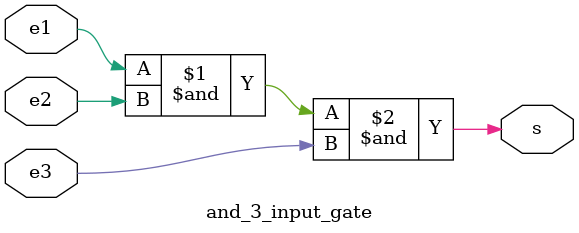
<source format=v>
module and_3_input_gate (e1, e2, e3, s);
    input e1;
    input e2;
    input e3;
    output s;


    assign s = e1 & e2 & e3;

endmodule
</source>
